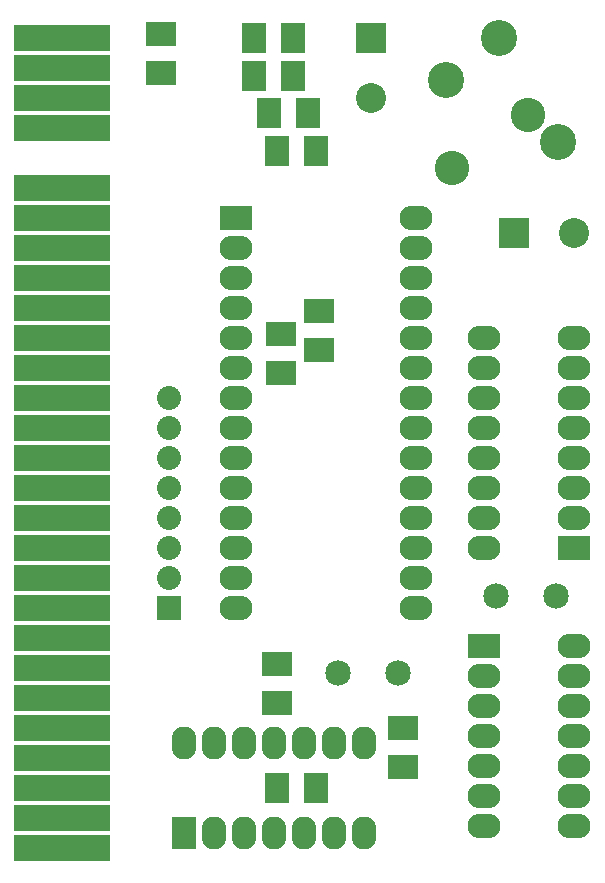
<source format=gts>
G04 (created by PCBNEW-RS274X (2012-01-19 BZR 3256)-stable) date 18.2.2013 23:23:50*
G01*
G70*
G90*
%MOIN*%
G04 Gerber Fmt 3.4, Leading zero omitted, Abs format*
%FSLAX34Y34*%
G04 APERTURE LIST*
%ADD10C,0.006000*%
%ADD11R,0.110000X0.082000*%
%ADD12O,0.110000X0.082000*%
%ADD13R,0.082000X0.110000*%
%ADD14O,0.082000X0.110000*%
%ADD15C,0.120000*%
%ADD16C,0.115000*%
%ADD17R,0.320000X0.090000*%
%ADD18R,0.080000X0.080000*%
%ADD19C,0.080000*%
%ADD20R,0.100000X0.100000*%
%ADD21C,0.100000*%
%ADD22R,0.080000X0.100000*%
%ADD23R,0.100000X0.080000*%
%ADD24C,0.085000*%
G04 APERTURE END LIST*
G54D10*
G54D11*
X34500Y-31500D03*
G54D12*
X34500Y-32500D03*
X34500Y-33500D03*
X34500Y-34500D03*
X34500Y-35500D03*
X34500Y-36500D03*
X34500Y-37500D03*
X34500Y-38500D03*
X34500Y-39500D03*
X34500Y-40500D03*
X34500Y-41500D03*
X34500Y-42500D03*
X34500Y-43500D03*
X34500Y-44500D03*
X40500Y-44500D03*
X40500Y-43500D03*
X40500Y-42500D03*
X40500Y-41500D03*
X40500Y-40500D03*
X40500Y-39500D03*
X40500Y-38500D03*
X40500Y-37500D03*
X40500Y-36500D03*
X40500Y-35500D03*
X40500Y-34500D03*
X40500Y-33500D03*
X40500Y-32500D03*
X40500Y-31500D03*
G54D13*
X32750Y-52000D03*
G54D14*
X33750Y-52000D03*
X34750Y-52000D03*
X35750Y-52000D03*
X36750Y-52000D03*
X37750Y-52000D03*
X38750Y-52000D03*
X38750Y-49000D03*
X37750Y-49000D03*
X36750Y-49000D03*
X35750Y-49000D03*
X34750Y-49000D03*
X33750Y-49000D03*
X32750Y-49000D03*
G54D15*
X43250Y-25500D03*
X41478Y-26878D03*
G54D16*
X44234Y-28059D03*
G54D15*
X45219Y-28965D03*
G54D16*
X41675Y-29831D03*
G54D17*
X28700Y-25500D03*
X28700Y-26500D03*
X28700Y-27500D03*
X28700Y-28500D03*
X28700Y-30500D03*
X28700Y-31500D03*
X28700Y-32500D03*
X28700Y-33500D03*
X28700Y-34500D03*
X28700Y-35500D03*
X28700Y-36500D03*
X28700Y-37500D03*
X28700Y-38500D03*
X28700Y-39500D03*
X28700Y-40500D03*
X28700Y-41500D03*
X28700Y-42500D03*
X28700Y-43500D03*
X28700Y-44500D03*
X28700Y-45500D03*
X28700Y-46500D03*
X28700Y-47500D03*
X28700Y-48500D03*
X28700Y-49500D03*
X28700Y-50500D03*
X28700Y-51500D03*
X28700Y-52500D03*
G54D11*
X45750Y-42500D03*
G54D12*
X45750Y-41500D03*
X45750Y-40500D03*
X45750Y-39500D03*
X45750Y-38500D03*
X45750Y-37500D03*
X45750Y-36500D03*
X45750Y-35500D03*
X42750Y-35500D03*
X42750Y-36500D03*
X42750Y-37500D03*
X42750Y-38500D03*
X42750Y-39500D03*
X42750Y-40500D03*
X42750Y-41500D03*
X42750Y-42500D03*
G54D11*
X42750Y-45750D03*
G54D12*
X42750Y-46750D03*
X42750Y-47750D03*
X42750Y-48750D03*
X42750Y-49750D03*
X42750Y-50750D03*
X42750Y-51750D03*
X45750Y-51750D03*
X45750Y-50750D03*
X45750Y-49750D03*
X45750Y-48750D03*
X45750Y-47750D03*
X45750Y-46750D03*
X45750Y-45750D03*
G54D18*
X32250Y-44500D03*
G54D19*
X32250Y-43500D03*
X32250Y-42500D03*
X32250Y-41500D03*
X32250Y-40500D03*
X32250Y-39500D03*
X32250Y-38500D03*
X32250Y-37500D03*
G54D20*
X43750Y-32000D03*
G54D21*
X45750Y-32000D03*
G54D20*
X39000Y-25500D03*
G54D21*
X39000Y-27500D03*
G54D22*
X35850Y-50500D03*
X37150Y-50500D03*
G54D23*
X40050Y-48500D03*
X40050Y-49800D03*
X35850Y-46350D03*
X35850Y-47650D03*
X36000Y-35350D03*
X36000Y-36650D03*
X37250Y-34600D03*
X37250Y-35900D03*
X32000Y-25350D03*
X32000Y-26650D03*
G54D22*
X36400Y-25500D03*
X35100Y-25500D03*
X36900Y-28000D03*
X35600Y-28000D03*
X36400Y-26750D03*
X35100Y-26750D03*
X37150Y-29250D03*
X35850Y-29250D03*
G54D24*
X43150Y-44100D03*
X45150Y-44100D03*
X37900Y-46650D03*
X39900Y-46650D03*
M02*

</source>
